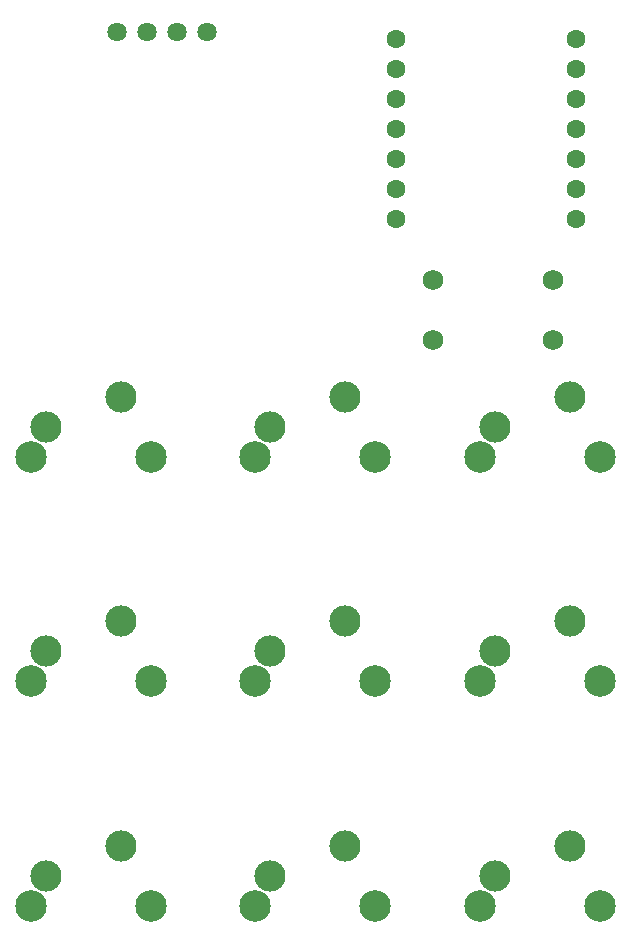
<source format=gbs>
G04 Layer: BottomSolderMaskLayer*
G04 EasyEDA v6.5.47, 2024-10-16 20:22:33*
G04 9ae9750504c14924853e95ef229aeab1,24ffd69d1a984b0ba209c2ef933deaa4,10*
G04 Gerber Generator version 0.2*
G04 Scale: 100 percent, Rotated: No, Reflected: No *
G04 Dimensions in millimeters *
G04 leading zeros omitted , absolute positions ,4 integer and 5 decimal *
%FSLAX45Y45*%
%MOMM*%

%ADD10C,2.6416*%
%ADD11C,2.6731*%
%ADD12C,1.7272*%
%ADD13C,1.6017*%
%ADD14C,1.6316*%

%LPD*%
D10*
G01*
X2818993Y1553997D03*
G01*
X3453993Y1807997D03*
D11*
G01*
X2691993Y1299997D03*
G01*
X3707993Y1299997D03*
D10*
G01*
X4718989Y1553997D03*
G01*
X5353989Y1807997D03*
D11*
G01*
X4591989Y1299997D03*
G01*
X5607989Y1299997D03*
D10*
G01*
X6618986Y1553997D03*
G01*
X7253986Y1807997D03*
D11*
G01*
X6491986Y1299997D03*
G01*
X7507986Y1299997D03*
D10*
G01*
X2818993Y-345998D03*
G01*
X3453993Y-91998D03*
D11*
G01*
X2691993Y-599998D03*
G01*
X3707993Y-599998D03*
D10*
G01*
X4718989Y-345998D03*
G01*
X5353989Y-91998D03*
D11*
G01*
X4591989Y-599998D03*
G01*
X5607989Y-599998D03*
D10*
G01*
X6618986Y-345998D03*
G01*
X7253986Y-91998D03*
D11*
G01*
X6491986Y-599998D03*
G01*
X7507986Y-599998D03*
D10*
G01*
X2818993Y-2245995D03*
G01*
X3453993Y-1991995D03*
D11*
G01*
X2691993Y-2499995D03*
G01*
X3707993Y-2499995D03*
D10*
G01*
X4718989Y-2245995D03*
G01*
X5353989Y-1991995D03*
D11*
G01*
X4591989Y-2499995D03*
G01*
X5607989Y-2499995D03*
D10*
G01*
X6618986Y-2245995D03*
G01*
X7253986Y-1991995D03*
D11*
G01*
X6491986Y-2499995D03*
G01*
X7507986Y-2499995D03*
D12*
G01*
X6096000Y2286000D03*
G01*
X7112000Y2286000D03*
G01*
X6096000Y2794000D03*
G01*
X7112000Y2794000D03*
D13*
G01*
X5785586Y3314192D03*
G01*
X5785586Y3568192D03*
G01*
X5785586Y3822192D03*
G01*
X5785586Y4076192D03*
G01*
X5785586Y4330192D03*
G01*
X5785586Y4584192D03*
G01*
X7309586Y4838192D03*
G01*
X7309586Y4584192D03*
G01*
X7309586Y4330192D03*
G01*
X7309586Y4076192D03*
G01*
X7309586Y3822192D03*
G01*
X7309586Y3568192D03*
G01*
X7309586Y3314192D03*
G01*
X5785611Y4838192D03*
D14*
G01*
X3418992Y4899990D03*
G01*
X3672992Y4899990D03*
G01*
X3926992Y4899990D03*
G01*
X4180992Y4899990D03*
M02*

</source>
